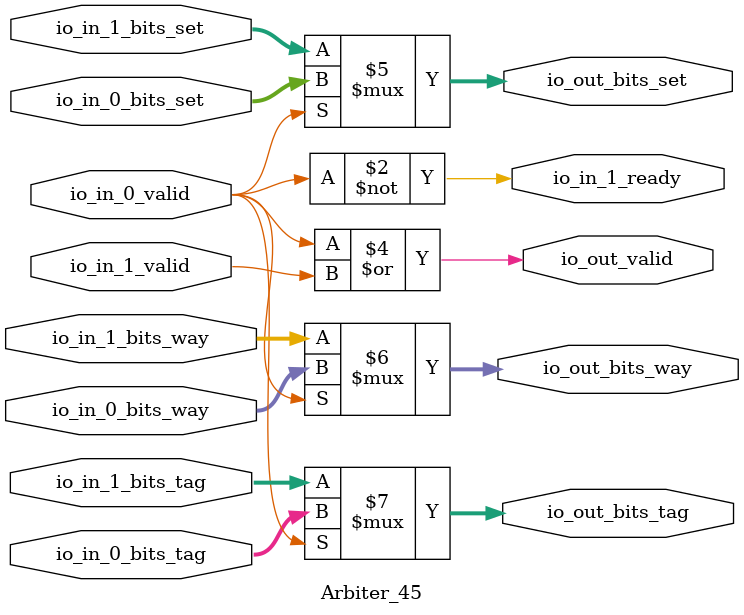
<source format=v>
module Arbiter_45(
  input         io_in_0_valid,
  input  [8:0]  io_in_0_bits_set,
  input  [2:0]  io_in_0_bits_way,
  input  [18:0] io_in_0_bits_tag,
  output        io_in_1_ready,
  input         io_in_1_valid,
  input  [8:0]  io_in_1_bits_set,
  input  [2:0]  io_in_1_bits_way,
  input  [18:0] io_in_1_bits_tag,
  output        io_out_valid,
  output [8:0]  io_out_bits_set,
  output [2:0]  io_out_bits_way,
  output [18:0] io_out_bits_tag
);
  wire  grant_1 = ~io_in_0_valid; // @[Arbiter.scala 46:78]
  assign io_in_1_ready = ~io_in_0_valid; // @[Arbiter.scala 46:78]
  assign io_out_valid = ~grant_1 | io_in_1_valid; // @[Arbiter.scala 150:31]
  assign io_out_bits_set = io_in_0_valid ? io_in_0_bits_set : io_in_1_bits_set; // @[Arbiter.scala 139:15 141:26 143:19]
  assign io_out_bits_way = io_in_0_valid ? io_in_0_bits_way : io_in_1_bits_way; // @[Arbiter.scala 139:15 141:26 143:19]
  assign io_out_bits_tag = io_in_0_valid ? io_in_0_bits_tag : io_in_1_bits_tag; // @[Arbiter.scala 139:15 141:26 143:19]
endmodule

</source>
